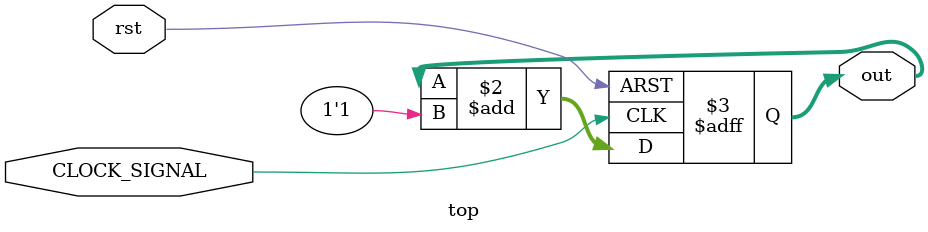
<source format=v>
module top (
  input  wire CLOCK_SIGNAL,
  input  wire rst,
  output reg  [7:0] out
);
  always @(posedge CLOCK_SIGNAL or posedge rst) begin
    if (rst) out <= 8'd0;
    else out <= out + 1'b1;
  end
endmodule

</source>
